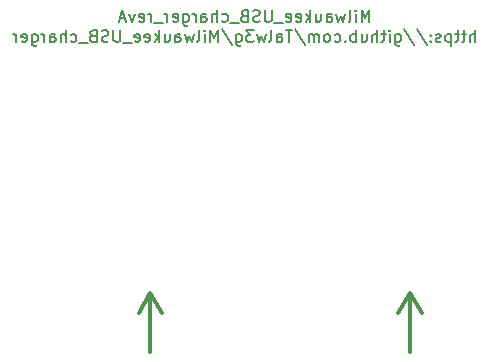
<source format=gbo>
G04 #@! TF.GenerationSoftware,KiCad,Pcbnew,(5.0.1)-3*
G04 #@! TF.CreationDate,2019-05-15T20:24:53+02:00*
G04 #@! TF.ProjectId,Milwaukee_USB_charger,4D696C7761756B65655F5553425F6368,rev?*
G04 #@! TF.SameCoordinates,Original*
G04 #@! TF.FileFunction,Legend,Bot*
G04 #@! TF.FilePolarity,Positive*
%FSLAX46Y46*%
G04 Gerber Fmt 4.6, Leading zero omitted, Abs format (unit mm)*
G04 Created by KiCad (PCBNEW (5.0.1)-3) date 15-May-19 20:24:53*
%MOMM*%
%LPD*%
G01*
G04 APERTURE LIST*
%ADD10C,0.200000*%
%ADD11C,0.300000*%
G04 APERTURE END LIST*
D10*
X110547619Y-70872380D02*
X110547619Y-69872380D01*
X110214285Y-70586666D01*
X109880952Y-69872380D01*
X109880952Y-70872380D01*
X109404761Y-70872380D02*
X109404761Y-70205714D01*
X109404761Y-69872380D02*
X109452380Y-69920000D01*
X109404761Y-69967619D01*
X109357142Y-69920000D01*
X109404761Y-69872380D01*
X109404761Y-69967619D01*
X108785714Y-70872380D02*
X108880952Y-70824761D01*
X108928571Y-70729523D01*
X108928571Y-69872380D01*
X108500000Y-70205714D02*
X108309523Y-70872380D01*
X108119047Y-70396190D01*
X107928571Y-70872380D01*
X107738095Y-70205714D01*
X106928571Y-70872380D02*
X106928571Y-70348571D01*
X106976190Y-70253333D01*
X107071428Y-70205714D01*
X107261904Y-70205714D01*
X107357142Y-70253333D01*
X106928571Y-70824761D02*
X107023809Y-70872380D01*
X107261904Y-70872380D01*
X107357142Y-70824761D01*
X107404761Y-70729523D01*
X107404761Y-70634285D01*
X107357142Y-70539047D01*
X107261904Y-70491428D01*
X107023809Y-70491428D01*
X106928571Y-70443809D01*
X106023809Y-70205714D02*
X106023809Y-70872380D01*
X106452380Y-70205714D02*
X106452380Y-70729523D01*
X106404761Y-70824761D01*
X106309523Y-70872380D01*
X106166666Y-70872380D01*
X106071428Y-70824761D01*
X106023809Y-70777142D01*
X105547619Y-70872380D02*
X105547619Y-69872380D01*
X105452380Y-70491428D02*
X105166666Y-70872380D01*
X105166666Y-70205714D02*
X105547619Y-70586666D01*
X104357142Y-70824761D02*
X104452380Y-70872380D01*
X104642857Y-70872380D01*
X104738095Y-70824761D01*
X104785714Y-70729523D01*
X104785714Y-70348571D01*
X104738095Y-70253333D01*
X104642857Y-70205714D01*
X104452380Y-70205714D01*
X104357142Y-70253333D01*
X104309523Y-70348571D01*
X104309523Y-70443809D01*
X104785714Y-70539047D01*
X103500000Y-70824761D02*
X103595238Y-70872380D01*
X103785714Y-70872380D01*
X103880952Y-70824761D01*
X103928571Y-70729523D01*
X103928571Y-70348571D01*
X103880952Y-70253333D01*
X103785714Y-70205714D01*
X103595238Y-70205714D01*
X103500000Y-70253333D01*
X103452380Y-70348571D01*
X103452380Y-70443809D01*
X103928571Y-70539047D01*
X103261904Y-70967619D02*
X102500000Y-70967619D01*
X102261904Y-69872380D02*
X102261904Y-70681904D01*
X102214285Y-70777142D01*
X102166666Y-70824761D01*
X102071428Y-70872380D01*
X101880952Y-70872380D01*
X101785714Y-70824761D01*
X101738095Y-70777142D01*
X101690476Y-70681904D01*
X101690476Y-69872380D01*
X101261904Y-70824761D02*
X101119047Y-70872380D01*
X100880952Y-70872380D01*
X100785714Y-70824761D01*
X100738095Y-70777142D01*
X100690476Y-70681904D01*
X100690476Y-70586666D01*
X100738095Y-70491428D01*
X100785714Y-70443809D01*
X100880952Y-70396190D01*
X101071428Y-70348571D01*
X101166666Y-70300952D01*
X101214285Y-70253333D01*
X101261904Y-70158095D01*
X101261904Y-70062857D01*
X101214285Y-69967619D01*
X101166666Y-69920000D01*
X101071428Y-69872380D01*
X100833333Y-69872380D01*
X100690476Y-69920000D01*
X99928571Y-70348571D02*
X99785714Y-70396190D01*
X99738095Y-70443809D01*
X99690476Y-70539047D01*
X99690476Y-70681904D01*
X99738095Y-70777142D01*
X99785714Y-70824761D01*
X99880952Y-70872380D01*
X100261904Y-70872380D01*
X100261904Y-69872380D01*
X99928571Y-69872380D01*
X99833333Y-69920000D01*
X99785714Y-69967619D01*
X99738095Y-70062857D01*
X99738095Y-70158095D01*
X99785714Y-70253333D01*
X99833333Y-70300952D01*
X99928571Y-70348571D01*
X100261904Y-70348571D01*
X99500000Y-70967619D02*
X98738095Y-70967619D01*
X98071428Y-70824761D02*
X98166666Y-70872380D01*
X98357142Y-70872380D01*
X98452380Y-70824761D01*
X98500000Y-70777142D01*
X98547619Y-70681904D01*
X98547619Y-70396190D01*
X98500000Y-70300952D01*
X98452380Y-70253333D01*
X98357142Y-70205714D01*
X98166666Y-70205714D01*
X98071428Y-70253333D01*
X97642857Y-70872380D02*
X97642857Y-69872380D01*
X97214285Y-70872380D02*
X97214285Y-70348571D01*
X97261904Y-70253333D01*
X97357142Y-70205714D01*
X97500000Y-70205714D01*
X97595238Y-70253333D01*
X97642857Y-70300952D01*
X96309523Y-70872380D02*
X96309523Y-70348571D01*
X96357142Y-70253333D01*
X96452380Y-70205714D01*
X96642857Y-70205714D01*
X96738095Y-70253333D01*
X96309523Y-70824761D02*
X96404761Y-70872380D01*
X96642857Y-70872380D01*
X96738095Y-70824761D01*
X96785714Y-70729523D01*
X96785714Y-70634285D01*
X96738095Y-70539047D01*
X96642857Y-70491428D01*
X96404761Y-70491428D01*
X96309523Y-70443809D01*
X95833333Y-70872380D02*
X95833333Y-70205714D01*
X95833333Y-70396190D02*
X95785714Y-70300952D01*
X95738095Y-70253333D01*
X95642857Y-70205714D01*
X95547619Y-70205714D01*
X94785714Y-70205714D02*
X94785714Y-71015238D01*
X94833333Y-71110476D01*
X94880952Y-71158095D01*
X94976190Y-71205714D01*
X95119047Y-71205714D01*
X95214285Y-71158095D01*
X94785714Y-70824761D02*
X94880952Y-70872380D01*
X95071428Y-70872380D01*
X95166666Y-70824761D01*
X95214285Y-70777142D01*
X95261904Y-70681904D01*
X95261904Y-70396190D01*
X95214285Y-70300952D01*
X95166666Y-70253333D01*
X95071428Y-70205714D01*
X94880952Y-70205714D01*
X94785714Y-70253333D01*
X93928571Y-70824761D02*
X94023809Y-70872380D01*
X94214285Y-70872380D01*
X94309523Y-70824761D01*
X94357142Y-70729523D01*
X94357142Y-70348571D01*
X94309523Y-70253333D01*
X94214285Y-70205714D01*
X94023809Y-70205714D01*
X93928571Y-70253333D01*
X93880952Y-70348571D01*
X93880952Y-70443809D01*
X94357142Y-70539047D01*
X93452380Y-70872380D02*
X93452380Y-70205714D01*
X93452380Y-70396190D02*
X93404761Y-70300952D01*
X93357142Y-70253333D01*
X93261904Y-70205714D01*
X93166666Y-70205714D01*
X93071428Y-70967619D02*
X92309523Y-70967619D01*
X92071428Y-70872380D02*
X92071428Y-70205714D01*
X92071428Y-70396190D02*
X92023809Y-70300952D01*
X91976190Y-70253333D01*
X91880952Y-70205714D01*
X91785714Y-70205714D01*
X91071428Y-70824761D02*
X91166666Y-70872380D01*
X91357142Y-70872380D01*
X91452380Y-70824761D01*
X91500000Y-70729523D01*
X91500000Y-70348571D01*
X91452380Y-70253333D01*
X91357142Y-70205714D01*
X91166666Y-70205714D01*
X91071428Y-70253333D01*
X91023809Y-70348571D01*
X91023809Y-70443809D01*
X91500000Y-70539047D01*
X90690476Y-70205714D02*
X90452380Y-70872380D01*
X90214285Y-70205714D01*
X89880952Y-70586666D02*
X89404761Y-70586666D01*
X89976190Y-70872380D02*
X89642857Y-69872380D01*
X89309523Y-70872380D01*
X119500000Y-72572380D02*
X119500000Y-71572380D01*
X119071428Y-72572380D02*
X119071428Y-72048571D01*
X119119047Y-71953333D01*
X119214285Y-71905714D01*
X119357142Y-71905714D01*
X119452380Y-71953333D01*
X119500000Y-72000952D01*
X118738095Y-71905714D02*
X118357142Y-71905714D01*
X118595238Y-71572380D02*
X118595238Y-72429523D01*
X118547619Y-72524761D01*
X118452380Y-72572380D01*
X118357142Y-72572380D01*
X118166666Y-71905714D02*
X117785714Y-71905714D01*
X118023809Y-71572380D02*
X118023809Y-72429523D01*
X117976190Y-72524761D01*
X117880952Y-72572380D01*
X117785714Y-72572380D01*
X117452380Y-71905714D02*
X117452380Y-72905714D01*
X117452380Y-71953333D02*
X117357142Y-71905714D01*
X117166666Y-71905714D01*
X117071428Y-71953333D01*
X117023809Y-72000952D01*
X116976190Y-72096190D01*
X116976190Y-72381904D01*
X117023809Y-72477142D01*
X117071428Y-72524761D01*
X117166666Y-72572380D01*
X117357142Y-72572380D01*
X117452380Y-72524761D01*
X116595238Y-72524761D02*
X116500000Y-72572380D01*
X116309523Y-72572380D01*
X116214285Y-72524761D01*
X116166666Y-72429523D01*
X116166666Y-72381904D01*
X116214285Y-72286666D01*
X116309523Y-72239047D01*
X116452380Y-72239047D01*
X116547619Y-72191428D01*
X116595238Y-72096190D01*
X116595238Y-72048571D01*
X116547619Y-71953333D01*
X116452380Y-71905714D01*
X116309523Y-71905714D01*
X116214285Y-71953333D01*
X115738095Y-72477142D02*
X115690476Y-72524761D01*
X115738095Y-72572380D01*
X115785714Y-72524761D01*
X115738095Y-72477142D01*
X115738095Y-72572380D01*
X115738095Y-71953333D02*
X115690476Y-72000952D01*
X115738095Y-72048571D01*
X115785714Y-72000952D01*
X115738095Y-71953333D01*
X115738095Y-72048571D01*
X114547619Y-71524761D02*
X115404761Y-72810476D01*
X113500000Y-71524761D02*
X114357142Y-72810476D01*
X112738095Y-71905714D02*
X112738095Y-72715238D01*
X112785714Y-72810476D01*
X112833333Y-72858095D01*
X112928571Y-72905714D01*
X113071428Y-72905714D01*
X113166666Y-72858095D01*
X112738095Y-72524761D02*
X112833333Y-72572380D01*
X113023809Y-72572380D01*
X113119047Y-72524761D01*
X113166666Y-72477142D01*
X113214285Y-72381904D01*
X113214285Y-72096190D01*
X113166666Y-72000952D01*
X113119047Y-71953333D01*
X113023809Y-71905714D01*
X112833333Y-71905714D01*
X112738095Y-71953333D01*
X112261904Y-72572380D02*
X112261904Y-71905714D01*
X112261904Y-71572380D02*
X112309523Y-71620000D01*
X112261904Y-71667619D01*
X112214285Y-71620000D01*
X112261904Y-71572380D01*
X112261904Y-71667619D01*
X111928571Y-71905714D02*
X111547619Y-71905714D01*
X111785714Y-71572380D02*
X111785714Y-72429523D01*
X111738095Y-72524761D01*
X111642857Y-72572380D01*
X111547619Y-72572380D01*
X111214285Y-72572380D02*
X111214285Y-71572380D01*
X110785714Y-72572380D02*
X110785714Y-72048571D01*
X110833333Y-71953333D01*
X110928571Y-71905714D01*
X111071428Y-71905714D01*
X111166666Y-71953333D01*
X111214285Y-72000952D01*
X109880952Y-71905714D02*
X109880952Y-72572380D01*
X110309523Y-71905714D02*
X110309523Y-72429523D01*
X110261904Y-72524761D01*
X110166666Y-72572380D01*
X110023809Y-72572380D01*
X109928571Y-72524761D01*
X109880952Y-72477142D01*
X109404761Y-72572380D02*
X109404761Y-71572380D01*
X109404761Y-71953333D02*
X109309523Y-71905714D01*
X109119047Y-71905714D01*
X109023809Y-71953333D01*
X108976190Y-72000952D01*
X108928571Y-72096190D01*
X108928571Y-72381904D01*
X108976190Y-72477142D01*
X109023809Y-72524761D01*
X109119047Y-72572380D01*
X109309523Y-72572380D01*
X109404761Y-72524761D01*
X108500000Y-72477142D02*
X108452380Y-72524761D01*
X108500000Y-72572380D01*
X108547619Y-72524761D01*
X108500000Y-72477142D01*
X108500000Y-72572380D01*
X107595238Y-72524761D02*
X107690476Y-72572380D01*
X107880952Y-72572380D01*
X107976190Y-72524761D01*
X108023809Y-72477142D01*
X108071428Y-72381904D01*
X108071428Y-72096190D01*
X108023809Y-72000952D01*
X107976190Y-71953333D01*
X107880952Y-71905714D01*
X107690476Y-71905714D01*
X107595238Y-71953333D01*
X107023809Y-72572380D02*
X107119047Y-72524761D01*
X107166666Y-72477142D01*
X107214285Y-72381904D01*
X107214285Y-72096190D01*
X107166666Y-72000952D01*
X107119047Y-71953333D01*
X107023809Y-71905714D01*
X106880952Y-71905714D01*
X106785714Y-71953333D01*
X106738095Y-72000952D01*
X106690476Y-72096190D01*
X106690476Y-72381904D01*
X106738095Y-72477142D01*
X106785714Y-72524761D01*
X106880952Y-72572380D01*
X107023809Y-72572380D01*
X106261904Y-72572380D02*
X106261904Y-71905714D01*
X106261904Y-72000952D02*
X106214285Y-71953333D01*
X106119047Y-71905714D01*
X105976190Y-71905714D01*
X105880952Y-71953333D01*
X105833333Y-72048571D01*
X105833333Y-72572380D01*
X105833333Y-72048571D02*
X105785714Y-71953333D01*
X105690476Y-71905714D01*
X105547619Y-71905714D01*
X105452380Y-71953333D01*
X105404761Y-72048571D01*
X105404761Y-72572380D01*
X104214285Y-71524761D02*
X105071428Y-72810476D01*
X104023809Y-71572380D02*
X103452380Y-71572380D01*
X103738095Y-72572380D02*
X103738095Y-71572380D01*
X102690476Y-72572380D02*
X102690476Y-72048571D01*
X102738095Y-71953333D01*
X102833333Y-71905714D01*
X103023809Y-71905714D01*
X103119047Y-71953333D01*
X102690476Y-72524761D02*
X102785714Y-72572380D01*
X103023809Y-72572380D01*
X103119047Y-72524761D01*
X103166666Y-72429523D01*
X103166666Y-72334285D01*
X103119047Y-72239047D01*
X103023809Y-72191428D01*
X102785714Y-72191428D01*
X102690476Y-72143809D01*
X102071428Y-72572380D02*
X102166666Y-72524761D01*
X102214285Y-72429523D01*
X102214285Y-71572380D01*
X101785714Y-71905714D02*
X101595238Y-72572380D01*
X101404761Y-72096190D01*
X101214285Y-72572380D01*
X101023809Y-71905714D01*
X100738095Y-71572380D02*
X100119047Y-71572380D01*
X100452380Y-71953333D01*
X100309523Y-71953333D01*
X100214285Y-72000952D01*
X100166666Y-72048571D01*
X100119047Y-72143809D01*
X100119047Y-72381904D01*
X100166666Y-72477142D01*
X100214285Y-72524761D01*
X100309523Y-72572380D01*
X100595238Y-72572380D01*
X100690476Y-72524761D01*
X100738095Y-72477142D01*
X99261904Y-71905714D02*
X99261904Y-72715238D01*
X99309523Y-72810476D01*
X99357142Y-72858095D01*
X99452380Y-72905714D01*
X99595238Y-72905714D01*
X99690476Y-72858095D01*
X99261904Y-72524761D02*
X99357142Y-72572380D01*
X99547619Y-72572380D01*
X99642857Y-72524761D01*
X99690476Y-72477142D01*
X99738095Y-72381904D01*
X99738095Y-72096190D01*
X99690476Y-72000952D01*
X99642857Y-71953333D01*
X99547619Y-71905714D01*
X99357142Y-71905714D01*
X99261904Y-71953333D01*
X98071428Y-71524761D02*
X98928571Y-72810476D01*
X97738095Y-72572380D02*
X97738095Y-71572380D01*
X97404761Y-72286666D01*
X97071428Y-71572380D01*
X97071428Y-72572380D01*
X96595238Y-72572380D02*
X96595238Y-71905714D01*
X96595238Y-71572380D02*
X96642857Y-71620000D01*
X96595238Y-71667619D01*
X96547619Y-71620000D01*
X96595238Y-71572380D01*
X96595238Y-71667619D01*
X95976190Y-72572380D02*
X96071428Y-72524761D01*
X96119047Y-72429523D01*
X96119047Y-71572380D01*
X95690476Y-71905714D02*
X95500000Y-72572380D01*
X95309523Y-72096190D01*
X95119047Y-72572380D01*
X94928571Y-71905714D01*
X94119047Y-72572380D02*
X94119047Y-72048571D01*
X94166666Y-71953333D01*
X94261904Y-71905714D01*
X94452380Y-71905714D01*
X94547619Y-71953333D01*
X94119047Y-72524761D02*
X94214285Y-72572380D01*
X94452380Y-72572380D01*
X94547619Y-72524761D01*
X94595238Y-72429523D01*
X94595238Y-72334285D01*
X94547619Y-72239047D01*
X94452380Y-72191428D01*
X94214285Y-72191428D01*
X94119047Y-72143809D01*
X93214285Y-71905714D02*
X93214285Y-72572380D01*
X93642857Y-71905714D02*
X93642857Y-72429523D01*
X93595238Y-72524761D01*
X93500000Y-72572380D01*
X93357142Y-72572380D01*
X93261904Y-72524761D01*
X93214285Y-72477142D01*
X92738095Y-72572380D02*
X92738095Y-71572380D01*
X92642857Y-72191428D02*
X92357142Y-72572380D01*
X92357142Y-71905714D02*
X92738095Y-72286666D01*
X91547619Y-72524761D02*
X91642857Y-72572380D01*
X91833333Y-72572380D01*
X91928571Y-72524761D01*
X91976190Y-72429523D01*
X91976190Y-72048571D01*
X91928571Y-71953333D01*
X91833333Y-71905714D01*
X91642857Y-71905714D01*
X91547619Y-71953333D01*
X91500000Y-72048571D01*
X91500000Y-72143809D01*
X91976190Y-72239047D01*
X90690476Y-72524761D02*
X90785714Y-72572380D01*
X90976190Y-72572380D01*
X91071428Y-72524761D01*
X91119047Y-72429523D01*
X91119047Y-72048571D01*
X91071428Y-71953333D01*
X90976190Y-71905714D01*
X90785714Y-71905714D01*
X90690476Y-71953333D01*
X90642857Y-72048571D01*
X90642857Y-72143809D01*
X91119047Y-72239047D01*
X90452380Y-72667619D02*
X89690476Y-72667619D01*
X89452380Y-71572380D02*
X89452380Y-72381904D01*
X89404761Y-72477142D01*
X89357142Y-72524761D01*
X89261904Y-72572380D01*
X89071428Y-72572380D01*
X88976190Y-72524761D01*
X88928571Y-72477142D01*
X88880952Y-72381904D01*
X88880952Y-71572380D01*
X88452380Y-72524761D02*
X88309523Y-72572380D01*
X88071428Y-72572380D01*
X87976190Y-72524761D01*
X87928571Y-72477142D01*
X87880952Y-72381904D01*
X87880952Y-72286666D01*
X87928571Y-72191428D01*
X87976190Y-72143809D01*
X88071428Y-72096190D01*
X88261904Y-72048571D01*
X88357142Y-72000952D01*
X88404761Y-71953333D01*
X88452380Y-71858095D01*
X88452380Y-71762857D01*
X88404761Y-71667619D01*
X88357142Y-71620000D01*
X88261904Y-71572380D01*
X88023809Y-71572380D01*
X87880952Y-71620000D01*
X87119047Y-72048571D02*
X86976190Y-72096190D01*
X86928571Y-72143809D01*
X86880952Y-72239047D01*
X86880952Y-72381904D01*
X86928571Y-72477142D01*
X86976190Y-72524761D01*
X87071428Y-72572380D01*
X87452380Y-72572380D01*
X87452380Y-71572380D01*
X87119047Y-71572380D01*
X87023809Y-71620000D01*
X86976190Y-71667619D01*
X86928571Y-71762857D01*
X86928571Y-71858095D01*
X86976190Y-71953333D01*
X87023809Y-72000952D01*
X87119047Y-72048571D01*
X87452380Y-72048571D01*
X86690476Y-72667619D02*
X85928571Y-72667619D01*
X85261904Y-72524761D02*
X85357142Y-72572380D01*
X85547619Y-72572380D01*
X85642857Y-72524761D01*
X85690476Y-72477142D01*
X85738095Y-72381904D01*
X85738095Y-72096190D01*
X85690476Y-72000952D01*
X85642857Y-71953333D01*
X85547619Y-71905714D01*
X85357142Y-71905714D01*
X85261904Y-71953333D01*
X84833333Y-72572380D02*
X84833333Y-71572380D01*
X84404761Y-72572380D02*
X84404761Y-72048571D01*
X84452380Y-71953333D01*
X84547619Y-71905714D01*
X84690476Y-71905714D01*
X84785714Y-71953333D01*
X84833333Y-72000952D01*
X83500000Y-72572380D02*
X83500000Y-72048571D01*
X83547619Y-71953333D01*
X83642857Y-71905714D01*
X83833333Y-71905714D01*
X83928571Y-71953333D01*
X83500000Y-72524761D02*
X83595238Y-72572380D01*
X83833333Y-72572380D01*
X83928571Y-72524761D01*
X83976190Y-72429523D01*
X83976190Y-72334285D01*
X83928571Y-72239047D01*
X83833333Y-72191428D01*
X83595238Y-72191428D01*
X83500000Y-72143809D01*
X83023809Y-72572380D02*
X83023809Y-71905714D01*
X83023809Y-72096190D02*
X82976190Y-72000952D01*
X82928571Y-71953333D01*
X82833333Y-71905714D01*
X82738095Y-71905714D01*
X81976190Y-71905714D02*
X81976190Y-72715238D01*
X82023809Y-72810476D01*
X82071428Y-72858095D01*
X82166666Y-72905714D01*
X82309523Y-72905714D01*
X82404761Y-72858095D01*
X81976190Y-72524761D02*
X82071428Y-72572380D01*
X82261904Y-72572380D01*
X82357142Y-72524761D01*
X82404761Y-72477142D01*
X82452380Y-72381904D01*
X82452380Y-72096190D01*
X82404761Y-72000952D01*
X82357142Y-71953333D01*
X82261904Y-71905714D01*
X82071428Y-71905714D01*
X81976190Y-71953333D01*
X81119047Y-72524761D02*
X81214285Y-72572380D01*
X81404761Y-72572380D01*
X81500000Y-72524761D01*
X81547619Y-72429523D01*
X81547619Y-72048571D01*
X81500000Y-71953333D01*
X81404761Y-71905714D01*
X81214285Y-71905714D01*
X81119047Y-71953333D01*
X81071428Y-72048571D01*
X81071428Y-72143809D01*
X81547619Y-72239047D01*
X80642857Y-72572380D02*
X80642857Y-71905714D01*
X80642857Y-72096190D02*
X80595238Y-72000952D01*
X80547619Y-71953333D01*
X80452380Y-71905714D01*
X80357142Y-71905714D01*
D11*
G04 #@! TO.C,J1*
X92000000Y-93800000D02*
X91000000Y-95500000D01*
X92000000Y-93800000D02*
X93000000Y-95500000D01*
X92000000Y-98800000D02*
X92000000Y-93800000D01*
G04 #@! TO.C,J2*
X114000000Y-93800000D02*
X113000000Y-95500000D01*
X114000000Y-93800000D02*
X115000000Y-95500000D01*
X114000000Y-98800000D02*
X114000000Y-93800000D01*
G04 #@! TD*
M02*

</source>
